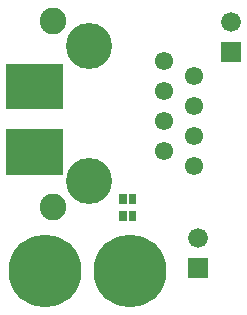
<source format=gbr>
G04 start of page 7 for group -4062 idx -4062 *
G04 Title: (unknown), soldermask *
G04 Creator: pcb 20140316 *
G04 CreationDate: Tue 15 Mar 2016 09:58:54 PM GMT UTC *
G04 For: commonadmin *
G04 Format: Gerber/RS-274X *
G04 PCB-Dimensions (mil): 900.00 1100.00 *
G04 PCB-Coordinate-Origin: lower left *
%MOIN*%
%FSLAX25Y25*%
%LNBOTTOMMASK*%
%ADD62R,0.0257X0.0257*%
%ADD61R,0.1510X0.1510*%
%ADD60C,0.0887*%
%ADD59C,0.1536*%
%ADD58C,0.2422*%
%ADD57C,0.0611*%
%ADD56C,0.0660*%
%ADD55C,0.0001*%
G54D55*G36*
X77200Y96800D02*Y90200D01*
X83800D01*
Y96800D01*
X77200D01*
G37*
G54D56*X80500Y103500D03*
G54D57*X68000Y85500D03*
Y75500D03*
Y65500D03*
G54D55*G36*
X66200Y24800D02*Y18200D01*
X72800D01*
Y24800D01*
X66200D01*
G37*
G54D56*X69500Y31500D03*
G54D58*X18500Y20500D03*
X46846D03*
G54D57*X68000Y55500D03*
G54D59*X33000Y50500D03*
G54D60*X20992Y42035D03*
G54D57*X58000Y90500D03*
G54D59*X33000Y95500D03*
G54D60*X20992Y104043D03*
G54D57*X58000Y80500D03*
Y70500D03*
Y60500D03*
G54D61*X13000Y60200D02*X17000D01*
X13000Y82000D02*X17000D01*
G54D62*X44500Y44893D02*Y44107D01*
X47648Y44893D02*Y44107D01*
X44500Y39393D02*Y38607D01*
X47648Y39393D02*Y38607D01*
M02*

</source>
